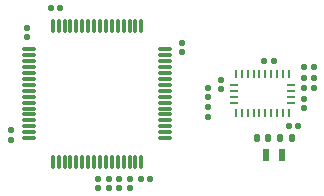
<source format=gbr>
%TF.GenerationSoftware,KiCad,Pcbnew,8.0.8+1*%
%TF.CreationDate,Date%
%TF.ProjectId,KiBot_Project_Test,4b69426f-745f-4507-926f-6a6563745f54,+ (Unreleased)*%
%TF.SameCoordinates,Original*%
%TF.FileFunction,Paste,Top*%
%TF.FilePolarity,Positive*%
%FSLAX46Y46*%
G04 Gerber Fmt 4.6, Leading zero omitted, Abs format (unit mm)*
G04 Created by KiCad*
%MOMM*%
%LPD*%
G01*
G04 APERTURE LIST*
G04 Aperture macros list*
%AMRoundRect*
0 Rectangle with rounded corners*
0 $1 Rounding radius*
0 $2 $3 $4 $5 $6 $7 $8 $9 X,Y pos of 4 corners*
0 Add a 4 corners polygon primitive as box body*
4,1,4,$2,$3,$4,$5,$6,$7,$8,$9,$2,$3,0*
0 Add four circle primitives for the rounded corners*
1,1,$1+$1,$2,$3*
1,1,$1+$1,$4,$5*
1,1,$1+$1,$6,$7*
1,1,$1+$1,$8,$9*
0 Add four rect primitives between the rounded corners*
20,1,$1+$1,$2,$3,$4,$5,0*
20,1,$1+$1,$4,$5,$6,$7,0*
20,1,$1+$1,$6,$7,$8,$9,0*
20,1,$1+$1,$8,$9,$2,$3,0*%
G04 Aperture macros list end*
%ADD10RoundRect,0.137500X-0.137500X-0.137500X0.137500X-0.137500X0.137500X0.137500X-0.137500X0.137500X0*%
%ADD11RoundRect,0.140000X0.140000X0.170000X-0.140000X0.170000X-0.140000X-0.170000X0.140000X-0.170000X0*%
%ADD12R,0.254000X0.675000*%
%ADD13R,0.675000X0.254000*%
%ADD14RoundRect,0.130000X-0.130000X0.130000X-0.130000X-0.130000X0.130000X-0.130000X0.130000X0.130000X0*%
%ADD15RoundRect,0.140000X-0.140000X-0.170000X0.140000X-0.170000X0.140000X0.170000X-0.140000X0.170000X0*%
%ADD16RoundRect,0.137500X0.137500X-0.137500X0.137500X0.137500X-0.137500X0.137500X-0.137500X-0.137500X0*%
%ADD17RoundRect,0.130000X0.130000X-0.130000X0.130000X0.130000X-0.130000X0.130000X-0.130000X-0.130000X0*%
%ADD18RoundRect,0.070000X-0.530000X-0.070000X0.530000X-0.070000X0.530000X0.070000X-0.530000X0.070000X0*%
%ADD19RoundRect,0.070000X-0.070000X-0.530000X0.070000X-0.530000X0.070000X0.530000X-0.070000X0.530000X0*%
%ADD20RoundRect,0.130000X0.130000X0.130000X-0.130000X0.130000X-0.130000X-0.130000X0.130000X-0.130000X0*%
%ADD21RoundRect,0.137500X-0.137500X0.137500X-0.137500X-0.137500X0.137500X-0.137500X0.137500X0.137500X0*%
%ADD22R,0.600000X1.100000*%
%ADD23RoundRect,0.130000X-0.130000X-0.130000X0.130000X-0.130000X0.130000X0.130000X-0.130000X0.130000X0*%
%ADD24RoundRect,0.137500X0.137500X0.137500X-0.137500X0.137500X-0.137500X-0.137500X0.137500X-0.137500X0*%
G04 APERTURE END LIST*
D10*
%TO.C,R5*%
X161045000Y-86995000D03*
X161845000Y-86995000D03*
%TD*%
D11*
%TO.C,C12*%
X157980000Y-92995000D03*
X157020000Y-92995000D03*
%TD*%
D12*
%TO.C,U3*%
X159750000Y-90912500D03*
D13*
X159887500Y-90000001D03*
X159887500Y-89500000D03*
X159887500Y-89000000D03*
X159887500Y-88499999D03*
D12*
X159750000Y-87587500D03*
X159250000Y-87587500D03*
X158750000Y-87587499D03*
X158250000Y-87587500D03*
X157750000Y-87587500D03*
X157250000Y-87587500D03*
X156750000Y-87587500D03*
X156250000Y-87587499D03*
X155750000Y-87587500D03*
X155250000Y-87587500D03*
D13*
X155112500Y-88499999D03*
X155112500Y-89000000D03*
X155112500Y-89500000D03*
X155112500Y-90000001D03*
D12*
X155250000Y-90912500D03*
X155750000Y-90912500D03*
X156250000Y-90912501D03*
X156750000Y-90912500D03*
X157250000Y-90912500D03*
X157750000Y-90912500D03*
X158250000Y-90912500D03*
X158750000Y-90912501D03*
X159250000Y-90912500D03*
%TD*%
D14*
%TO.C,C4*%
X146300000Y-96450000D03*
X146300000Y-97250000D03*
%TD*%
D15*
%TO.C,C13*%
X159020000Y-92995000D03*
X159980000Y-92995000D03*
%TD*%
D10*
%TO.C,R4*%
X161045000Y-87895000D03*
X161845000Y-87895000D03*
%TD*%
D14*
%TO.C,C3*%
X150700000Y-84950000D03*
X150700000Y-85750000D03*
%TD*%
%TO.C,C5*%
X143600000Y-96450000D03*
X143600000Y-97250000D03*
%TD*%
D16*
%TO.C,R3*%
X154000000Y-88850000D03*
X154000000Y-88050000D03*
%TD*%
D17*
%TO.C,C7*%
X137600000Y-84450000D03*
X137600000Y-83650000D03*
%TD*%
%TO.C,C1*%
X136200000Y-93150000D03*
X136200000Y-92350000D03*
%TD*%
D14*
%TO.C,C19*%
X161045000Y-89695001D03*
X161045000Y-90495001D03*
%TD*%
D16*
%TO.C,R1*%
X152900000Y-89550000D03*
X152900000Y-88750000D03*
%TD*%
D18*
%TO.C,U1*%
X137750000Y-85500000D03*
X137750000Y-86000000D03*
X137750000Y-86500000D03*
X137750000Y-87000000D03*
X137750000Y-87500000D03*
X137750000Y-88000000D03*
X137750000Y-88500000D03*
X137750000Y-89000000D03*
X137750000Y-89500000D03*
X137750000Y-90000000D03*
X137750000Y-90500000D03*
X137750000Y-91000000D03*
X137750000Y-91500000D03*
X137750000Y-92000000D03*
X137750000Y-92500000D03*
X137750000Y-93000000D03*
D19*
X139750000Y-95000000D03*
X140250000Y-95000000D03*
X140750000Y-95000000D03*
X141250000Y-95000000D03*
X141750000Y-95000000D03*
X142250000Y-95000000D03*
X142750000Y-95000000D03*
X143250000Y-95000000D03*
X143750000Y-95000000D03*
X144250000Y-95000000D03*
X144750000Y-95000000D03*
X145250000Y-95000000D03*
X145750000Y-95000000D03*
X146250000Y-95000000D03*
X146750000Y-95000000D03*
X147250000Y-95000000D03*
D18*
X149250000Y-93000000D03*
X149250000Y-92500000D03*
X149250000Y-92000000D03*
X149250000Y-91500000D03*
X149250000Y-91000000D03*
X149250000Y-90500000D03*
X149250000Y-90000000D03*
X149250000Y-89500000D03*
X149250000Y-89000000D03*
X149250000Y-88500000D03*
X149250000Y-88000000D03*
X149250000Y-87500000D03*
X149250000Y-87000000D03*
X149250000Y-86500000D03*
X149250000Y-86000000D03*
X149250000Y-85500000D03*
D19*
X147250000Y-83500000D03*
X146750000Y-83500000D03*
X146250000Y-83500000D03*
X145750000Y-83500000D03*
X145250000Y-83500000D03*
X144750000Y-83500000D03*
X144250000Y-83500000D03*
X143750000Y-83500000D03*
X143250000Y-83500000D03*
X142750000Y-83500000D03*
X142250000Y-83500000D03*
X141750000Y-83500000D03*
X141250000Y-83500000D03*
X140750000Y-83500000D03*
X140250000Y-83500000D03*
X139750000Y-83500000D03*
%TD*%
D20*
%TO.C,C2*%
X148000000Y-96450000D03*
X147200000Y-96450000D03*
%TD*%
D21*
%TO.C,R2*%
X152900000Y-90400000D03*
X152900000Y-91200000D03*
%TD*%
D22*
%TO.C,Y1*%
X159200000Y-94400000D03*
X157800000Y-94400000D03*
%TD*%
D14*
%TO.C,C8*%
X145400000Y-96450000D03*
X145400000Y-97250000D03*
%TD*%
%TO.C,C9*%
X144500000Y-96450000D03*
X144500000Y-97250000D03*
%TD*%
D23*
%TO.C,C6*%
X139600000Y-81950000D03*
X140400000Y-81950000D03*
%TD*%
D24*
%TO.C,R6*%
X161845000Y-88795000D03*
X161045000Y-88795000D03*
%TD*%
D23*
%TO.C,C10*%
X159744999Y-91995000D03*
X160544999Y-91995000D03*
%TD*%
D20*
%TO.C,C11*%
X158445001Y-86495000D03*
X157645001Y-86495000D03*
%TD*%
M02*

</source>
